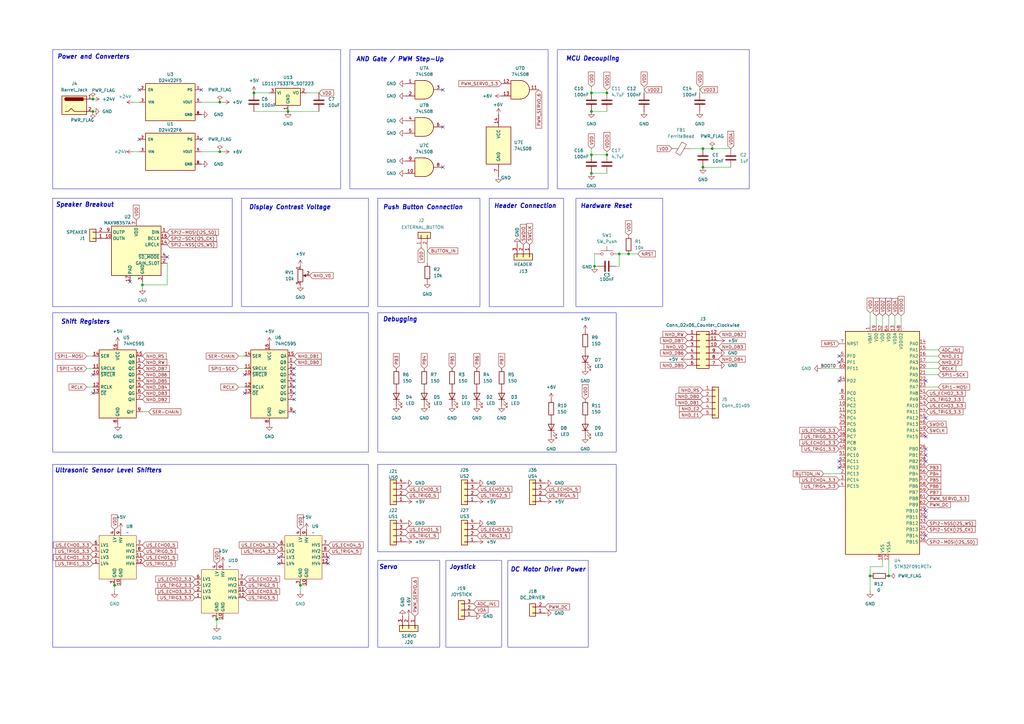
<source format=kicad_sch>
(kicad_sch (version 20231120) (generator "eeschema") (generator_version "8.0")
  (paper "A3")
  (title_block (title "Electronic Skee Ball PCB") (date "02/14/2025") (rev "02/21/2025") (company "Team 1") (comment 1 "PCB Schematic For Electronic Skee Ball"))
  (junction (at 288.29 60.96))
  (junction (at 38.1 40.64))
  (junction (at 288.29 68.58))
  (junction (at 88.9 254))
  (junction (at 242.57 45.72))
  (junction (at 118.11 45.72))
  (junction (at 123.19 240.03))
  (junction (at 104.14 38.1))
  (junction (at 58.42 116.84))
  (junction (at 38.1 45.72))
  (junction (at 242.57 38.1))
  (junction (at 248.92 63.5))
  (junction (at 364.49 236.22))
  (junction (at 242.57 71.12))
  (junction (at 46.99 240.03))
  (junction (at 90.17 41.91))
  (junction (at 242.57 63.5))
  (junction (at 254 104.14))
  (junction (at 248.92 38.1))
  (junction (at 356.87 236.22))
  (junction (at 243.84 109.22))
  (junction (at 257.81 104.14))
  (junction (at 292.1 60.96))
  (junction (at 90.17 62.23))
  (no_connect (at 134.62 231.14))
  (no_connect (at 344.17 146.05))
  (no_connect (at 82.55 57.15))
  (no_connect (at 344.17 148.59))
  (no_connect (at 379.73 189.23))
  (no_connect (at 38.1 153.67))
  (no_connect (at 120.65 163.83))
  (no_connect (at 68.58 105.41))
  (no_connect (at 134.62 228.6))
  (no_connect (at 38.1 161.29))
  (no_connect (at 379.73 219.71))
  (no_connect (at 379.73 186.69))
  (no_connect (at 120.65 151.13))
  (no_connect (at 57.15 57.15))
  (no_connect (at 344.17 156.21))
  (no_connect (at 114.3 231.14))
  (no_connect (at 181.61 36.83))
  (no_connect (at 344.17 191.77))
  (no_connect (at 379.73 156.21))
  (no_connect (at 379.73 184.15))
  (no_connect (at 379.73 179.07))
  (no_connect (at 379.73 171.45))
  (no_connect (at 120.65 168.91))
  (no_connect (at 82.55 36.83))
  (no_connect (at 379.73 209.55))
  (no_connect (at 100.33 161.29))
  (no_connect (at 53.34 115.57))
  (no_connect (at 114.3 228.6))
  (no_connect (at 57.15 36.83))
  (no_connect (at 120.65 158.75))
  (no_connect (at 344.17 189.23))
  (no_connect (at 100.33 153.67))
  (no_connect (at 181.61 52.07))
  (no_connect (at 120.65 153.67))
  (no_connect (at 379.73 212.09))
  (no_connect (at 120.65 156.21))
  (no_connect (at 181.61 68.58))
  (no_connect (at 120.65 161.29))
  (wire (pts (xy 242.57 45.72) (xy 248.92 45.72)))
  (wire (pts (xy 46.99 240.03) (xy 46.99 242.57)))
  (wire (pts (xy 264.16 35.56) (xy 264.16 38.1)))
  (wire (pts (xy 104.14 45.72) (xy 118.11 45.72)))
  (wire (pts (xy 292.1 60.96) (xy 299.72 60.96)))
  (wire (pts (xy 97.79 146.05) (xy 100.33 146.05)))
  (wire (pts (xy 123.19 240.03) (xy 125.73 240.03)))
  (wire (pts (xy 242.57 71.12) (xy 248.92 71.12)))
  (wire (pts (xy 364.49 229.87) (xy 364.49 236.22)))
  (wire (pts (xy 356.87 232.41) (xy 356.87 236.22)))
  (wire (pts (xy 58.42 115.57) (xy 58.42 116.84)))
  (wire (pts (xy 88.9 254) (xy 91.44 254)))
  (wire (pts (xy 288.29 68.58) (xy 299.72 68.58)))
  (wire (pts (xy 242.57 60.96) (xy 242.57 63.5)))
  (wire (pts (xy 254 104.14) (xy 257.81 104.14)))
  (wire (pts (xy 242.57 63.5) (xy 248.92 63.5)))
  (wire (pts (xy 379.73 143.51) (xy 384.81 143.51)))
  (wire (pts (xy 118.11 45.72) (xy 130.81 45.72)))
  (wire (pts (xy 58.42 116.84) (xy 68.58 116.84)))
  (wire (pts (xy 379.73 151.13) (xy 384.81 151.13)))
  (wire (pts (xy 287.02 35.56) (xy 287.02 38.1)))
  (wire (pts (xy 123.19 240.03) (xy 123.19 242.57)))
  (wire (pts (xy 242.57 35.56) (xy 242.57 38.1)))
  (wire (pts (xy 90.17 62.23) (xy 82.55 62.23)))
  (wire (pts (xy 379.73 148.59) (xy 384.81 148.59)))
  (wire (pts (xy 254 109.22) (xy 252.73 109.22)))
  (wire (pts (xy 35.56 151.13) (xy 38.1 151.13)))
  (wire (pts (xy 125.73 38.1) (xy 130.81 38.1)))
  (wire (pts (xy 243.84 109.22) (xy 245.11 109.22)))
  (wire (pts (xy 97.79 158.75) (xy 100.33 158.75)))
  (wire (pts (xy 175.26 101.6) (xy 175.26 107.95)))
  (wire (pts (xy 359.41 129.54) (xy 359.41 133.35)))
  (wire (pts (xy 97.79 151.13) (xy 100.33 151.13)))
  (wire (pts (xy 90.17 41.91) (xy 82.55 41.91)))
  (wire (pts (xy 288.29 60.96) (xy 292.1 60.96)))
  (wire (pts (xy 46.99 240.03) (xy 49.53 240.03)))
  (wire (pts (xy 364.49 129.54) (xy 364.49 133.35)))
  (wire (pts (xy 379.73 158.75) (xy 384.81 158.75)))
  (wire (pts (xy 379.73 153.67) (xy 384.81 153.67)))
  (wire (pts (xy 337.82 194.31) (xy 344.17 194.31)))
  (wire (pts (xy 58.42 168.91) (xy 60.96 168.91)))
  (wire (pts (xy 58.42 116.84) (xy 58.42 118.11)))
  (wire (pts (xy 254 104.14) (xy 254 109.22)))
  (wire (pts (xy 242.57 38.1) (xy 248.92 38.1)))
  (wire (pts (xy 248.92 62.23) (xy 248.92 63.5)))
  (wire (pts (xy 367.03 129.54) (xy 367.03 133.35)))
  (wire (pts (xy 361.95 129.54) (xy 361.95 133.35)))
  (wire (pts (xy 88.9 254) (xy 88.9 256.54)))
  (wire (pts (xy 356.87 236.22) (xy 356.87 242.57)))
  (wire (pts (xy 283.21 60.96) (xy 288.29 60.96)))
  (wire (pts (xy 369.57 129.54) (xy 369.57 133.35)))
  (wire (pts (xy 54.61 62.23) (xy 57.15 62.23)))
  (wire (pts (xy 257.81 104.14) (xy 261.62 104.14)))
  (wire (pts (xy 248.92 36.83) (xy 248.92 38.1)))
  (wire (pts (xy 35.56 146.05) (xy 38.1 146.05)))
  (wire (pts (xy 243.84 104.14) (xy 243.84 109.22)))
  (wire (pts (xy 91.44 41.91) (xy 90.17 41.91)))
  (wire (pts (xy 361.95 229.87) (xy 361.95 232.41)))
  (wire (pts (xy 68.58 116.84) (xy 68.58 107.95)))
  (wire (pts (xy 379.73 146.05) (xy 384.81 146.05)))
  (wire (pts (xy 356.87 128.27) (xy 356.87 133.35)))
  (wire (pts (xy 104.14 38.1) (xy 110.49 38.1)))
  (wire (pts (xy 54.61 41.91) (xy 57.15 41.91)))
  (wire (pts (xy 35.56 158.75) (xy 38.1 158.75)))
  (wire (pts (xy 91.44 62.23) (xy 90.17 62.23)))
  (wire (pts (xy 336.55 151.13) (xy 344.17 151.13)))
  (wire (pts (xy 361.95 232.41) (xy 356.87 232.41)))
  (rectangle (start 154.94 190.5) (end 252.73 226.314))
  (rectangle (start 99.06 81.28) (end 151.13 125.73))
  (rectangle (start 154.94 229.87) (end 180.34 265.43))
  (rectangle (start 200.66 81.28) (end 231.14 125.73))
  (rectangle (start 154.94 128.27) (end 252.73 185.42))
  (rectangle (start 143.51 20.32) (end 224.79 77.47))
  (rectangle (start 21.59 20.32) (end 139.7 77.47))
  (rectangle (start 236.22 81.28) (end 271.78 125.73))
  (rectangle (start 154.94 81.28) (end 196.85 125.73))
  (rectangle (start 228.6 20.32) (end 307.34 77.47))
  (rectangle (start 21.59 81.28) (end 95.25 125.73))
  (rectangle (start 21.59 190.5) (end 151.13 265.43))
  (rectangle (start 182.88 229.87) (end 205.74 265.43))
  (rectangle (start 21.59 128.27) (end 151.13 185.42))
  (rectangle (start 208.28 229.87) (end 241.3 265.43))
  (text "Servo" (at 159.258 232.664 0) (effects (font (size 1.778 1.778) (thickness 0.3556) (bold yes) (italic yes))))
  (text "Debugging" (at 164.084 131.064 0) (effects (font (size 1.778 1.778) (thickness 0.3556) (bold yes) (italic yes))))
  (text "Shift Registers" (at 35.052 132.08 0) (effects (font (size 1.778 1.778) (thickness 0.3556) (bold yes) (italic yes))))
  (text "Display Contrast Voltage" (at 118.872 85.09 0) (effects (font (size 1.778 1.778) (thickness 0.3556) (bold yes) (italic yes))))
  (text "Ultrasonic Sensor Level Shifters" (at 44.45 193.04 0) (effects (font (size 1.778 1.778) (thickness 0.3556) (bold yes) (italic yes))))
  (text "Push Button Connection" (at 173.482 85.09 0) (effects (font (size 1.778 1.778) (thickness 0.3556) (bold yes) (italic yes))))
  (text "Joystick" (at 189.738 232.664 0) (effects (font (size 1.778 1.778) (thickness 0.3556) (bold yes) (italic yes))))
  (text "AND Gate / PWM Step-Up" (at 164.084 24.384 0) (effects (font (size 1.778 1.778) (thickness 0.3556) (bold yes) (italic yes))))
  (text "Header Connection" (at 215.392 84.582 0) (effects (font (size 1.778 1.778) (thickness 0.3556) (bold yes) (italic yes))))
  (text "DC Motor Driver Power" (at 224.79 233.68 0) (effects (font (size 1.778 1.778) (thickness 0.3556) (bold yes) (italic yes))))
  (text "Power and Converters" (at 38.354 23.368 0) (effects (font (size 1.778 1.778) (thickness 0.3556) (bold yes) (italic yes))))
  (text "Hardware Reset" (at 248.666 84.582 0) (effects (font (size 1.778 1.778) (thickness 0.3556) (bold yes) (italic yes))))
  (text "MCU Decoupling" (at 243.078 24.13 0) (effects (font (size 1.778 1.778) (thickness 0.3556) (bold yes) (italic yes))))
  (text "Speaker Breakout" (at 34.798 84.074 0) (effects (font (size 1.778 1.778) (thickness 0.3556) (bold yes) (italic yes))))
  (label "BOOT0" (at 336.55 151.13 0))
  (global_label "SPI1-MOSI" (shape input) (at 384.81 158.75 0) (property "Intersheetrefs" "${INTERSHEET_REFS}" (effects (hide yes))))
  (global_label "SPI1-SCK" (shape input) (at 97.79 151.13 180) (property "Intersheetrefs" "${INTERSHEET_REFS}" (effects (hide yes))))
  (global_label "PWM_DC" (shape input) (at 223.52 248.92 0) (property "Intersheetrefs" "${INTERSHEET_REFS}" (effects (hide yes))))
  (global_label "SPI1-SCK" (shape input) (at 384.81 153.67 0) (property "Intersheetrefs" "${INTERSHEET_REFS}" (effects (hide yes))))
  (global_label "NHD_DB1" (shape input) (at 288.29 165.1 180) (property "Intersheetrefs" "${INTERSHEET_REFS}" (effects (hide yes))))
  (global_label "VDD2" (shape input) (at 361.95 129.54 90) (property "Intersheetrefs" "${INTERSHEET_REFS}" (effects (hide yes))))
  (global_label "ADC_IN1" (shape input) (at 384.81 143.51 0) (property "Intersheetrefs" "${INTERSHEET_REFS}" (effects (hide yes))))
  (global_label "PWM_SERVO_6" (shape input) (at 220.98 36.83 270) (property "Intersheetrefs" "${INTERSHEET_REFS}" (effects (hide yes))))
  (global_label "NHD_DB5" (shape input) (at 281.94 149.86 180) (property "Intersheetrefs" "${INTERSHEET_REFS}" (effects (hide yes))))
  (global_label "NHD_E1" (shape input) (at 384.81 146.05 0) (property "Intersheetrefs" "${INTERSHEET_REFS}" (effects (hide yes))))
  (global_label "NHD_DB0" (shape input) (at 288.29 162.56 180) (property "Intersheetrefs" "${INTERSHEET_REFS}" (effects (hide yes))))
  (global_label "SPI2-NSS(I2S_WS)" (shape input) (at 68.58 100.33 0) (property "Intersheetrefs" "${INTERSHEET_REFS}" (effects (hide yes))))
  (global_label "US_ECHO0_3.3" (shape input) (at 344.17 176.53 180) (property "Intersheetrefs" "${INTERSHEET_REFS}" (effects (hide yes))))
  (global_label "PB6" (shape input) (at 379.73 199.39 0) (property "Intersheetrefs" "${INTERSHEET_REFS}" (effects (hide yes))))
  (global_label "US_TRIG4_5" (shape input) (at 134.62 226.06 0) (property "Intersheetrefs" "${INTERSHEET_REFS}" (effects (hide yes))))
  (global_label "US_ECHO2_3.3" (shape input) (at 379.73 161.29 0) (property "Intersheetrefs" "${INTERSHEET_REFS}" (effects (hide yes))))
  (global_label "US_ECHO4_5" (shape input) (at 134.62 223.52 0) (property "Intersheetrefs" "${INTERSHEET_REFS}" (effects (hide yes))))
  (global_label "PB5" (shape input) (at 185.42 151.13 90) (property "Intersheetrefs" "${INTERSHEET_REFS}" (effects (hide yes))))
  (global_label "US_ECHO0_5" (shape input) (at 166.37 200.66 0) (property "Intersheetrefs" "${INTERSHEET_REFS}" (effects (hide yes))))
  (global_label "US_ECHO0_5" (shape input) (at 58.42 223.52 0) (property "Intersheetrefs" "${INTERSHEET_REFS}" (effects (hide yes))))
  (global_label "NHD_DB4" (shape input) (at 58.42 158.75 0) (property "Intersheetrefs" "${INTERSHEET_REFS}" (effects (hide yes))))
  (global_label "US_TRIG4_3.3" (shape input) (at 344.17 199.39 180) (property "Intersheetrefs" "${INTERSHEET_REFS}" (effects (hide yes))))
  (global_label "NHD_DB7" (shape input) (at 281.94 139.7 180) (property "Intersheetrefs" "${INTERSHEET_REFS}" (effects (hide yes))))
  (global_label "NHD_RW" (shape input) (at 58.42 148.59 0) (property "Intersheetrefs" "${INTERSHEET_REFS}" (effects (hide yes))))
  (global_label "VDD3" (shape input) (at 364.49 129.54 90) (property "Intersheetrefs" "${INTERSHEET_REFS}" (effects (hide yes))))
  (global_label "VDDA" (shape input) (at 299.72 60.96 90) (property "Intersheetrefs" "${INTERSHEET_REFS}" (effects (hide yes))))
  (global_label "SWDIO" (shape input) (at 214.63 100.33 90) (property "Intersheetrefs" "${INTERSHEET_REFS}" (effects (hide yes))))
  (global_label "VDD" (shape input) (at 242.57 35.56 90) (property "Intersheetrefs" "${INTERSHEET_REFS}" (effects (hide yes))))
  (global_label "NHD_DB5" (shape input) (at 58.42 156.21 0) (property "Intersheetrefs" "${INTERSHEET_REFS}" (effects (hide yes))))
  (global_label "US_TRIG2_5" (shape input) (at 195.58 203.2 0) (property "Intersheetrefs" "${INTERSHEET_REFS}" (effects (hide yes))))
  (global_label "VDD" (shape input) (at 287.02 35.56 90) (property "Intersheetrefs" "${INTERSHEET_REFS}" (effects (hide yes))))
  (global_label "BUTTON_IN" (shape input) (at 175.26 102.87 0) (property "Intersheetrefs" "${INTERSHEET_REFS}" (effects (hide yes))))
  (global_label "NHD_RS" (shape input) (at 58.42 146.05 0) (property "Intersheetrefs" "${INTERSHEET_REFS}" (effects (hide yes))))
  (global_label "VDD" (shape input) (at 356.87 128.27 90) (property "Intersheetrefs" "${INTERSHEET_REFS}" (effects (hide yes))))
  (global_label "US_TRIG0_3.3" (shape input) (at 344.17 179.07 180) (property "Intersheetrefs" "${INTERSHEET_REFS}" (effects (hide yes))))
  (global_label "PWM_SERVO_6" (shape input) (at 170.18 252.73 90) (property "Intersheetrefs" "${INTERSHEET_REFS}" (effects (hide yes))))
  (global_label "US_TRIG0_5" (shape input) (at 166.37 203.2 0) (property "Intersheetrefs" "${INTERSHEET_REFS}" (effects (hide yes))))
  (global_label "NHD_DB6" (shape input) (at 281.94 144.78 180) (property "Intersheetrefs" "${INTERSHEET_REFS}" (effects (hide yes))))
  (global_label "VDD" (shape input) (at 172.72 101.6 270) (property "Intersheetrefs" "${INTERSHEET_REFS}" (effects (hide yes))))
  (global_label "VDDA" (shape input) (at 367.03 129.54 90) (property "Intersheetrefs" "${INTERSHEET_REFS}" (effects (hide yes))))
  (global_label "US_ECHO4_3.3" (shape input) (at 114.3 223.52 180) (property "Intersheetrefs" "${INTERSHEET_REFS}" (effects (hide yes))))
  (global_label "NRST" (shape input) (at 261.62 104.14 0) (property "Intersheetrefs" "${INTERSHEET_REFS}" (effects (hide yes))))
  (global_label "US_TRIG4_3.3" (shape input) (at 114.3 226.06 180) (property "Intersheetrefs" "${INTERSHEET_REFS}" (effects (hide yes))))
  (global_label "VDD" (shape input) (at 123.19 217.17 90) (property "Intersheetrefs" "${INTERSHEET_REFS}" (effects (hide yes))))
  (global_label "VDD1" (shape input) (at 248.92 36.83 90) (property "Intersheetrefs" "${INTERSHEET_REFS}" (effects (hide yes))))
  (global_label "US_ECHO3_5" (shape input) (at 195.58 217.17 0) (property "Intersheetrefs" "${INTERSHEET_REFS}" (effects (hide yes))))
  (global_label "US_TRIG3_3.3" (shape input) (at 379.73 168.91 0) (property "Intersheetrefs" "${INTERSHEET_REFS}" (effects (hide yes))))
  (global_label "NHD_E2" (shape input) (at 288.29 167.64 180) (property "Intersheetrefs" "${INTERSHEET_REFS}" (effects (hide yes))))
  (global_label "US_ECHO2_5" (shape input) (at 195.58 200.66 0) (property "Intersheetrefs" "${INTERSHEET_REFS}" (effects (hide yes))))
  (global_label "NHD_DB0" (shape input) (at 120.65 148.59 0) (property "Intersheetrefs" "${INTERSHEET_REFS}" (effects (hide yes))))
  (global_label "US_TRIG4_5" (shape input) (at 223.52 203.2 0) (property "Intersheetrefs" "${INTERSHEET_REFS}" (effects (hide yes))))
  (global_label "PWM_SERVO_3.3" (shape input) (at 205.74 34.29 180) (property "Intersheetrefs" "${INTERSHEET_REFS}" (effects (hide yes))))
  (global_label "US_ECHO3_5" (shape input) (at 100.33 242.57 0) (property "Intersheetrefs" "${INTERSHEET_REFS}" (effects (hide yes))))
  (global_label "NHD_DB7" (shape input) (at 58.42 151.13 0) (property "Intersheetrefs" "${INTERSHEET_REFS}" (effects (hide yes))))
  (global_label "VDD" (shape input) (at 46.99 217.17 90) (property "Intersheetrefs" "${INTERSHEET_REFS}" (effects (hide yes))))
  (global_label "NHD_E2" (shape input) (at 384.81 148.59 0) (property "Intersheetrefs" "${INTERSHEET_REFS}" (effects (hide yes))))
  (global_label "US_TRIG0_5" (shape input) (at 58.42 226.06 0) (property "Intersheetrefs" "${INTERSHEET_REFS}" (effects (hide yes))))
  (global_label "VDA" (shape input) (at 194.31 250.19 0) (property "Intersheetrefs" "${INTERSHEET_REFS}" (effects (hide yes))))
  (global_label "VDD" (shape input) (at 240.03 163.83 90) (property "Intersheetrefs" "${INTERSHEET_REFS}" (effects (hide yes))))
  (global_label "SPI2-MOSI(I2S_SD)" (shape input) (at 379.73 222.25 0) (property "Intersheetrefs" "${INTERSHEET_REFS}" (effects (hide yes))))
  (global_label "US_ECHO1_5" (shape input) (at 58.42 228.6 0) (property "Intersheetrefs" "${INTERSHEET_REFS}" (effects (hide yes))))
  (global_label "US_ECHO3_3.3" (shape input) (at 379.73 166.37 0) (property "Intersheetrefs" "${INTERSHEET_REFS}" (effects (hide yes))))
  (global_label "RCLK" (shape input) (at 384.81 151.13 0) (property "Intersheetrefs" "${INTERSHEET_REFS}" (effects (hide yes))))
  (global_label "VDDIO" (shape input) (at 248.92 62.23 90) (property "Intersheetrefs" "${INTERSHEET_REFS}" (effects (hide yes))))
  (global_label "VDD" (shape input) (at 257.81 96.52 90) (property "Intersheetrefs" "${INTERSHEET_REFS}" (effects (hide yes))))
  (global_label "NHD_E1" (shape input) (at 288.29 170.18 180) (property "Intersheetrefs" "${INTERSHEET_REFS}" (effects (hide yes))))
  (global_label "SPI2-SCK(I2S_CK)" (shape input) (at 68.58 97.79 0) (property "Intersheetrefs" "${INTERSHEET_REFS}" (effects (hide yes))))
  (global_label "PWM_SERVO_3.3" (shape input) (at 379.73 204.47 0) (effects (font (thickness 0.1588))) (property "Intersheetrefs" "${INTERSHEET_REFS}" (effects (hide yes))))
  (global_label "BUTTON_IN" (shape input) (at 337.82 194.31 180) (property "Intersheetrefs" "${INTERSHEET_REFS}" (effects (hide yes))))
  (global_label "NHD_V0" (shape input) (at 127 113.03 0) (property "Intersheetrefs" "${INTERSHEET_REFS}" (effects (hide yes))))
  (global_label "US_ECHO3_3.3" (shape input) (at 80.01 242.57 180) (property "Intersheetrefs" "${INTERSHEET_REFS}" (effects (hide yes))))
  (global_label "NHD_DB1" (shape input) (at 120.65 146.05 0) (property "Intersheetrefs" "${INTERSHEET_REFS}" (effects (hide yes))))
  (global_label "VDD2" (shape input) (at 264.16 36.83 0) (property "Intersheetrefs" "${INTERSHEET_REFS}" (effects (hide yes))))
  (global_label "US_TRIG3_3.3" (shape input) (at 80.01 245.11 180) (property "Intersheetrefs" "${INTERSHEET_REFS}" (effects (hide yes))))
  (global_label "US_ECHO4_3.3" (shape input) (at 344.17 196.85 180) (property "Intersheetrefs" "${INTERSHEET_REFS}" (effects (hide yes))))
  (global_label "SWCLK" (shape input) (at 379.73 176.53 0) (property "Intersheetrefs" "${INTERSHEET_REFS}" (effects (hide yes))))
  (global_label "VDD" (shape input) (at 275.59 60.96 180) (property "Intersheetrefs" "${INTERSHEET_REFS}" (effects (hide yes))))
  (global_label "PB3" (shape input) (at 379.73 191.77 0) (property "Intersheetrefs" "${INTERSHEET_REFS}" (effects (hide yes))))
  (global_label "US_TRIG1_5" (shape input) (at 166.37 219.71 0) (property "Intersheetrefs" "${INTERSHEET_REFS}" (effects (hide yes))))
  (global_label "PB5" (shape input) (at 379.73 196.85 0) (property "Intersheetrefs" "${INTERSHEET_REFS}" (effects (hide yes))))
  (global_label "VDD" (shape input) (at 55.88 90.17 90) (property "Intersheetrefs" "${INTERSHEET_REFS}" (effects (hide yes))))
  (global_label "US_ECHO1_5" (shape input) (at 166.37 217.17 0) (property "Intersheetrefs" "${INTERSHEET_REFS}" (effects (hide yes))))
  (global_label "SWDIO" (shape input) (at 379.73 173.99 0) (property "Intersheetrefs" "${INTERSHEET_REFS}" (effects (hide yes))))
  (global_label "US_TRIG0_3.3" (shape input) (at 38.1 226.06 180) (property "Intersheetrefs" "${INTERSHEET_REFS}" (effects (hide yes))))
  (global_label "PB6" (shape input) (at 195.58 151.13 90) (property "Intersheetrefs" "${INTERSHEET_REFS}" (effects (hide yes))))
  (global_label "NHD_DB2" (shape input) (at 294.64 137.16 0) (property "Intersheetrefs" "${INTERSHEET_REFS}" (effects (hide yes))))
  (global_label "NHD_DB3" (shape input) (at 58.42 161.29 0) (property "Intersheetrefs" "${INTERSHEET_REFS}" (effects (hide yes))))
  (global_label "NRST" (shape input) (at 344.17 140.97 180) (property "Intersheetrefs" "${INTERSHEET_REFS}" (effects (hide yes))))
  (global_label "PB4" (shape input) (at 173.99 151.13 90) (property "Intersheetrefs" "${INTERSHEET_REFS}" (effects (hide yes))))
  (global_label "SPI2-MOSI(I2S_SD)" (shape input) (at 68.58 95.25 0) (property "Intersheetrefs" "${INTERSHEET_REFS}" (effects (hide yes))))
  (global_label "NHD_DB3" (shape input) (at 294.64 142.24 0) (property "Intersheetrefs" "${INTERSHEET_REFS}" (effects (hide yes))))
  (global_label "PWM_DC" (shape input) (at 379.73 207.01 0) (property "Intersheetrefs" "${INTERSHEET_REFS}" (effects (hide yes))))
  (global_label "US_ECHO0_3.3" (shape input) (at 38.1 223.52 180) (property "Intersheetrefs" "${INTERSHEET_REFS}" (effects (hide yes))))
  (global_label "VDDIO" (shape input) (at 369.57 129.54 90) (property "Intersheetrefs" "${INTERSHEET_REFS}" (effects (hide yes))))
  (global_label "VDD1" (shape input) (at 359.41 129.54 90) (property "Intersheetrefs" "${INTERSHEET_REFS}" (effects (hide yes))))
  (global_label "SWCLK" (shape input) (at 217.17 100.33 90) (property "Intersheetrefs" "${INTERSHEET_REFS}" (effects (hide yes))))
  (global_label "SPI1-SCK" (shape input) (at 35.56 151.13 180) (property "Intersheetrefs" "${INTERSHEET_REFS}" (effects (hide yes))))
  (global_label "VDD" (shape input) (at 264.16 35.56 90) (property "Intersheetrefs" "${INTERSHEET_REFS}" (effects (hide yes))))
  (global_label "US_TRIG1_5" (shape input) (at 58.42 231.14 0) (property "Intersheetrefs" "${INTERSHEET_REFS}" (effects (hide yes))))
  (global_label "VDD" (shape input) (at 130.81 38.1 0) (property "Intersheetrefs" "${INTERSHEET_REFS}" (effects (hide yes))))
  (global_label "NHD_DB6" (shape input) (at 58.42 153.67 0) (property "Intersheetrefs" "${INTERSHEET_REFS}" (effects (hide yes))))
  (global_label "US_TRIG2_5" (shape input) (at 100.33 240.03 0) (property "Intersheetrefs" "${INTERSHEET_REFS}" (effects (hide yes))))
  (global_label "SPI1-MOSI" (shape input) (at 35.56 146.05 180) (property "Intersheetrefs" "${INTERSHEET_REFS}" (effects (hide yes))))
  (global_label "US_ECHO4_5" (shape input) (at 223.52 200.66 0) (property "Intersheetrefs" "${INTERSHEET_REFS}" (effects (hide yes))))
  (global_label "SPI2-NSS(I2S_WS)" (shape input) (at 379.73 214.63 0) (property "Intersheetrefs" "${INTERSHEET_REFS}" (effects (hide yes))))
  (global_label "PB7" (shape input) (at 205.74 151.13 90) (property "Intersheetrefs" "${INTERSHEET_REFS}" (effects (hide yes))))
  (global_label "US_ECHO2_5" (shape input) (at 100.33 237.49 0) (property "Intersheetrefs" "${INTERSHEET_REFS}" (effects (hide yes))))
  (global_label "US_TRIG3_5" (shape input) (at 100.33 245.11 0) (property "Intersheetrefs" "${INTERSHEET_REFS}" (effects (hide yes))))
  (global_label "PB3" (shape input) (at 162.56 151.13 90) (property "Intersheetrefs" "${INTERSHEET_REFS}" (effects (hide yes))))
  (global_label "US_ECHO2_3.3" (shape input) (at 80.01 237.49 180) (property "Intersheetrefs" "${INTERSHEET_REFS}" (effects (hide yes))))
  (global_label "SER-CHAIN" (shape input) (at 97.79 146.05 180) (property "Intersheetrefs" "${INTERSHEET_REFS}" (effects (hide yes))))
  (global_label "VDD3" (shape input) (at 287.02 36.83 0) (property "Intersheetrefs" "${INTERSHEET_REFS}" (effects (hide yes))))
  (global_label "RCLK" (shape input) (at 97.79 158.75 180) (property "Intersheetrefs" "${INTERSHEET_REFS}" (effects (hide yes))))
  (global_label "VDD" (shape input) (at 242.57 60.96 90) (property "Intersheetrefs" "${INTERSHEET_REFS}" (effects (hide yes))))
  (global_label "US_TRIG1_3.3" (shape input) (at 344.17 184.15 180) (property "Intersheetrefs" "${INTERSHEET_REFS}" (effects (hide yes))))
  (global_label "NHD_RW" (shape input) (at 281.94 137.16 180) (property "Intersheetrefs" "${INTERSHEET_REFS}" (effects (hide yes))))
  (global_label "PB4" (shape input) (at 379.73 194.31 0) (property "Intersheetrefs" "${INTERSHEET_REFS}" (effects (hide yes))))
  (global_label "US_ECHO1_3.3" (shape input) (at 38.1 228.6 180) (property "Intersheetrefs" "${INTERSHEET_REFS}" (effects (hide yes))))
  (global_label "US_TRIG2_3.3" (shape input) (at 80.01 240.03 180) (property "Intersheetrefs" "${INTERSHEET_REFS}" (effects (hide yes))))
  (global_label "NHD_RS" (shape input) (at 288.29 160.02 180) (property "Intersheetrefs" "${INTERSHEET_REFS}" (effects (hide yes))))
  (global_label "RCLK" (shape input) (at 35.56 158.75 180) (property "Intersheetrefs" "${INTERSHEET_REFS}" (effects (hide yes))))
  (global_label "NHD_DB2" (shape input) (at 58.42 163.83 0) (property "Intersheetrefs" "${INTERSHEET_REFS}" (effects (hide yes))))
  (global_label "SER-CHAIN" (shape input) (at 60.96 168.91 0) (property "Intersheetrefs" "${INTERSHEET_REFS}" (effects (hide yes))))
  (global_label "US_ECHO1_3.3" (shape input) (at 344.17 181.61 180) (property "Intersheetrefs" "${INTERSHEET_REFS}" (effects (hide yes))))
  (global_label "VDD" (shape input) (at 88.9 231.14 90) (property "Intersheetrefs" "${INTERSHEET_REFS}" (effects (hide yes))))
  (global_label "SPI2-SCK(I2S_CK)" (shape input) (at 379.73 217.17 0) (property "Intersheetrefs" "${INTERSHEET_REFS}" (effects (hide yes))))
  (global_label "US_TRIG1_3.3" (shape input) (at 38.1 231.14 180) (property "Intersheetrefs" "${INTERSHEET_REFS}" (effects (hide yes))))
  (global_label "PB7" (shape input) (at 379.73 201.93 0) (property "Intersheetrefs" "${INTERSHEET_REFS}" (effects (hide yes))))
  (global_label "US_TRIG3_5" (shape input) (at 195.58 219.71 0) (property "Intersheetrefs" "${INTERSHEET_REFS}" (effects (hide yes))))
  (global_label "NHD_V0" (shape input) (at 281.94 142.24 180) (property "Intersheetrefs" "${INTERSHEET_REFS}" (effects (hide yes))))
  (global_label "ADC_IN1" (shape input) (at 194.31 247.65 0) (property "Intersheetrefs" "${INTERSHEET_REFS}" (effects (hide yes))))
  (global_label "NHD_DB4" (shape input) (at 294.64 147.32 0) (property "Intersheetrefs" "${INTERSHEET_REFS}" (effects (hide yes))))
  (global_label "US_TRIG2_3.3" (shape input) (at 379.73 163.83 0) (property "Intersheetrefs" "${INTERSHEET_REFS}" (effects (hide yes))))
  (symbol (lib_id "power:GND") (at 166.37 71.12 270) (unit 1)
    (property "Reference" "#PWR018" (effects (hide yes)))
    (property "Value" "GND" (at 162.56 71.1199 90) (effects (justify right)))
    (property "Description" "Power symbol creates a global label with name \"GND\" , ground" (effects (hide yes)))
  )
  (symbol (lib_id "power:GND") (at 123.19 116.84 0) (unit 1)
    (property "Reference" "#PWR022" (effects (hide yes)))
    (property "Value" "GND" (at 123.19 121.92 0))
    (property "Description" "Power symbol creates a global label with name \"GND\" , ground" (effects (hide yes)))
  )
  (symbol (lib_id "Regulator_Linear:LD1117S33TR_SOT223") (at 118.11 38.1 0) (unit 1)
    (property "Reference" "U13" (at 118.11 31.75 0))
    (property "Value" "LD1117S33TR_SOT223" (at 118.11 34.29 0))
    (property "Footprint" "Package_TO_SOT_SMD:SOT-223-3_TabPin2" (effects (hide yes)))
    (property "Datasheet" "http://www.st.com/st-web-ui/static/active/en/resource/technical/document/datasheet/CD00000544.pdf" (effects (hide yes)))
    (property "Description" "800mA Fixed Low Drop Positive Voltage Regulator, Fixed Output 3.3V, SOT-223" (effects (hide yes)))
  )
  (symbol (lib_id "power:GND") (at 205.74 166.37 0) (unit 1)
    (property "Reference" "#PWR038" (effects (hide yes)))
    (property "Value" "GND" (at 205.74 171.45 0))
    (property "Description" "Power symbol creates a global label with name \"GND\" , ground" (effects (hide yes)))
  )
  (symbol (lib_id "power:GND") (at 242.57 71.12 0) (unit 1)
    (property "Reference" "#PWR060" (effects (hide yes)))
    (property "Value" "GND" (at 242.57 76.2 0))
    (property "Description" "Power symbol creates a global label with name \"GND\" , ground" (effects (hide yes)))
  )
  (symbol (lib_id "power:+5V") (at 166.37 222.25 270) (unit 1)
    (property "Reference" "#PWR026" (effects (hide yes)))
    (property "Value" "+5V" (at 170.18 222.2499 90) (effects (justify left)))
    (property "Description" "Power symbol creates a global label with name \"+5V\"" (effects (hide yes)))
  )
  (symbol (lib_id "power:GND") (at 166.37 49.53 270) (unit 1)
    (property "Reference" "#PWR020" (effects (hide yes)))
    (property "Value" "GND" (at 162.56 49.5299 90) (effects (justify right)))
    (property "Description" "Power symbol creates a global label with name \"GND\" , ground" (effects (hide yes)))
  )
  (symbol (lib_id "power:GND") (at 46.99 242.57 0) (unit 1)
    (property "Reference" "#PWR070" (effects (hide yes)))
    (property "Value" "GND" (at 46.99 247.65 0))
    (property "Description" "Power symbol creates a global label with name \"GND\" , ground" (effects (hide yes)))
  )
  (symbol (lib_id "power:GND") (at 118.11 45.72 0) (unit 1)
    (property "Reference" "#PWR028" (effects (hide yes)))
    (property "Value" "GND" (at 118.11 50.8 0))
    (property "Description" "Power symbol creates a global label with name \"GND\" , ground" (effects (hide yes)))
  )
  (symbol (lib_id "Connector_Generic:Conn_01x04") (at 161.29 203.2 180) (unit 1)
    (property "Reference" "J21" (at 161.29 193.294 0))
    (property "Value" "US0" (at 161.29 195.834 0))
    (property "Footprint" "Connector_PinHeader_2.54mm:PinHeader_1x04_P2.54mm_Vertical" (effects (hide yes)))
    (property "Description" "Generic connector, single row, 01x04, script generated (kicad-library-utils/schlib/autogen/connector/)" (effects (hide yes)))
  )
  (symbol (lib_id "Switch:SW_Push") (at 248.92 104.14 0) (unit 1)
    (property "Reference" "SW1" (at 248.92 96.52 0))
    (property "Value" "SW_Push" (at 248.92 99.06 0))
    (property "Footprint" "Button_Switch_THT:SW_PUSH_6mm" (effects (hide yes)))
    (property "Description" "Push button switch, generic, two pins" (effects (hide yes)))
  )
  (symbol (lib_id "power:GND") (at 288.29 68.58 0) (unit 1)
    (property "Reference" "#PWR021" (effects (hide yes)))
    (property "Value" "GND" (at 288.29 73.66 0))
    (property "Description" "Power symbol creates a global label with name \"GND\" , ground" (effects (hide yes)))
  )
  (symbol (lib_id "Device:C") (at 248.92 67.31 0) (unit 1)
    (property "Reference" "C17" (at 250.698 61.722 0) (effects (justify left)))
    (property "Value" "4.7uF" (at 250.698 64.262 0) (effects (justify left)))
    (property "Footprint" "Capacitor_SMD:C_0805_2012Metric_Pad1.18x1.45mm_HandSolder" (effects (hide yes)))
    (property "Description" "Unpolarized capacitor" (effects (hide yes)))
  )
  (symbol (lib_id "Audio:MAX98357A") (at 55.88 102.87 0) (mirror y) (unit 1)
    (property "Reference" "U2" (at 53.6859 88.9 0) (effects (justify left)))
    (property "Value" "MAX98357A" (at 53.6859 91.44 0) (effects (justify left)))
    (property "Footprint" "Package_DFN_QFN:TQFN-16-1EP_3x3mm_P0.5mm_EP1.23x1.23mm" (effects (hide yes)))
    (property "Datasheet" "https://www.analog.com/media/en/technical-documentation/data-sheets/MAX98357A-MAX98357B.pdf" (effects (hide yes)))
    (property "Description" "Mono DAC with amplifier, I2S, PCM, TDM, 32-bit, 96khz, 3.2W, TQFP-16" (effects (hide yes)))
  )
  (symbol (lib_id "12_LevelShifter:12PIN_LEVEL_SHIFTER") (at 90.17 231.14 0) (unit 1)
    (property "Reference" "U10" (at 93.6341 229.87 0) (effects (justify left)))
    (property "Value" "~" (at 93.6341 232.41 0) (effects (justify left)))
    (property "Footprint" "Package_DIP:DIP-12_W10.16mm" (effects (hide yes)))
  )
  (symbol (lib_id "power:+6V") (at 167.64 252.73 0) (unit 1)
    (property "Reference" "#PWR052" (effects (hide yes)))
    (property "Value" "+6V" (at 167.6401 248.92 90) (effects (justify left)))
    (property "Description" "Power symbol creates a global label with name \"+6V\"" (effects (hide yes)))
  )
  (symbol (lib_id "Device:LED") (at 240.03 175.26 90) (unit 1)
    (property "Reference" "D9" (at 243.84 175.5774 90) (effects (justify right)))
    (property "Value" "LED" (at 243.84 178.1174 90) (effects (justify right)))
    (property "Footprint" "LED_SMD:LED_0201_0603Metric" (effects (hide yes)))
    (property "Description" "Light emitting diode" (effects (hide yes)))
  )
  (symbol (lib_id "Device:C") (at 248.92 109.22 90) (unit 1)
    (property "Reference" "C3" (at 248.92 112.776 90))
    (property "Value" "100nF" (at 248.92 114.554 90))
    (property "Footprint" "Capacitor_SMD:C_0805_2012Metric_Pad1.18x1.45mm_HandSolder" (effects (hide yes)))
    (property "Description" "Unpolarized capacitor" (effects (hide yes)))
  )
  (symbol (lib_id "power:GND") (at 226.06 179.07 0) (unit 1)
    (property "Reference" "#PWR048" (effects (hide yes)))
    (property "Value" "GND" (at 226.06 184.15 0))
    (property "Description" "Power symbol creates a global label with name \"GND\" , ground" (effects (hide yes)))
  )
  (symbol (lib_id "Device:R_Potentiometer") (at 123.19 113.03 0) (unit 1)
    (property "Reference" "RV1" (at 120.65 111.7599 0) (effects (justify right)))
    (property "Value" "10k" (at 120.65 114.2999 0) (effects (justify right)))
    (property "Footprint" "Potentiometer_THT:Potentiometer_Bourns_3339P_Vertical" (effects (hide yes)))
    (property "Description" "Potentiometer" (effects (hide yes)))
  )
  (symbol (lib_id "Device:R") (at 226.06 167.64 0) (unit 1)
    (property "Reference" "R10" (at 228.6 166.3699 0) (effects (justify left)))
    (property "Value" "150" (at 228.6 168.9099 0) (effects (justify left)))
    (property "Footprint" "Resistor_SMD:R_0805_2012Metric_Pad1.20x1.40mm_HandSolder" (effects (hide yes)))
    (property "Description" "Resistor" (effects (hide yes)))
  )
  (symbol (lib_id "power:GND") (at 110.49 173.99 0) (unit 1)
    (property "Reference" "#PWR010" (effects (hide yes)))
    (property "Value" "GND" (at 110.49 179.07 0))
    (property "Description" "Power symbol creates a global label with name \"GND\" , ground" (effects (hide yes)))
  )
  (symbol (lib_id "Connector_Generic:Conn_01x05") (at 293.37 165.1 0) (unit 1)
    (property "Reference" "J5" (at 295.91 163.8299 0) (effects (justify left)))
    (property "Value" "Conn_01x05" (at 295.91 166.3699 0) (effects (justify left)))
    (property "Footprint" "Connector_PinHeader_2.54mm:PinHeader_1x05_P2.54mm_Vertical" (effects (hide yes)))
    (property "Description" "Generic connector, single row, 01x05, script generated (kicad-library-utils/schlib/autogen/connector/)" (effects (hide yes)))
  )
  (symbol (lib_id "power:+6V") (at 205.74 39.37 90) (unit 1)
    (property "Reference" "#PWR019" (effects (hide yes)))
    (property "Value" "+6V" (at 201.93 39.3699 90) (effects (justify left)))
    (property "Description" "Power symbol creates a global label with name \"+6V\"" (effects (hide yes)))
  )
  (symbol (lib_id "Device:R") (at 240.03 167.64 0) (unit 1)
    (property "Reference" "R11" (at 242.57 166.3699 0) (effects (justify left)))
    (property "Value" "150" (at 242.57 168.9099 0) (effects (justify left)))
    (property "Footprint" "Resistor_SMD:R_0805_2012Metric_Pad1.20x1.40mm_HandSolder" (effects (hide yes)))
    (property "Description" "Resistor" (effects (hide yes)))
  )
  (symbol (lib_id "Device:LED") (at 205.74 162.56 90) (unit 1)
    (property "Reference" "D3" (at 209.55 162.8774 90) (effects (justify right)))
    (property "Value" "LED" (at 209.55 165.4174 90) (effects (justify right)))
    (property "Footprint" "LED_SMD:LED_0201_0603Metric" (effects (hide yes)))
    (property "Description" "Light emitting diode" (effects (hide yes)))
  )
  (symbol (lib_id "power:PWR_FLAG") (at 38.1 40.64 0) (unit 1)
    (property "Reference" "#FLG01" (effects (hide yes)))
    (property "Value" "PWR_FLAG" (at 42.418 37.084 0))
    (property "Description" "Special symbol for telling ERC where power comes from" (effects (hide yes)))
  )
  (symbol (lib_id "power:GND") (at 194.31 252.73 90) (unit 1)
    (property "Reference" "#PWR049" (effects (hide yes)))
    (property "Value" "GND" (at 198.12 252.7299 90) (effects (justify right)))
    (property "Description" "Power symbol creates a global label with name \"GND\" , ground" (effects (hide yes)))
  )
  (symbol (lib_id "12V_2.2A_STEP-DOWN_D24V22F12:12V_2.2A_STEP-DOWN_D24V22F12") (at 69.85 41.91 0) (unit 1)
    (property "Reference" "U3" (at 69.85 30.48 0))
    (property "Value" "D24V22F5" (at 69.85 33.02 0))
    (property "Footprint" "12V_2.2A_STEP-DOWN_D24V22F12:XDCR_12V_2.2A_STEP-DOWN_D24V22F12" (effects (hide yes)))
    (property "MF" "Pololu" (effects (hide yes)))
    (property "Description_1" "\n                        \n                            Converter: step down; Uin: 12.7÷36V; Uout: 12V; 2200mA; 90÷95%\n                        \n" (effects (hide yes)))
    (property "Package" "None" (effects (hide yes)))
    (property "Price" "None" (effects (hide yes)))
    (property "Check_prices" "https://www.snapeda.com/parts/12V%202.2A%20STEP-DOWN%20D24V22F12/Pololu/view-part/?ref=eda" (effects (hide yes)))
    (property "SnapEDA_Link" "https://www.snapeda.com/parts/12V%202.2A%20STEP-DOWN%20D24V22F12/Pololu/view-part/?ref=snap" (effects (hide yes)))
    (property "MP" "12V 2.2A STEP-DOWN D24V22F12" (effects (hide yes)))
    (property "Availability" "Not in stock" (effects (hide yes)))
    (property "MANUFACTURER" "POLOLU" (effects (hide yes)))
  )
  (symbol (lib_id "12_LevelShifter:12PIN_LEVEL_SHIFTER") (at 124.46 217.17 0) (unit 1)
    (property "Reference" "U9" (at 127.9241 215.9 0) (effects (justify left)))
    (property "Value" "~" (at 127.9241 218.44 0) (effects (justify left)))
    (property "Footprint" "Package_DIP:DIP-12_W10.16mm" (effects (hide yes)))
  )
  (symbol (lib_id "Connector_Generic:Conn_02x06_Counter_Clockwise") (at 287.02 142.24 0) (unit 1)
    (property "Reference" "J3" (at 288.29 130.81 0))
    (property "Value" "Conn_02x06_Counter_Clockwise" (at 288.29 133.35 0))
    (property "Footprint" "Connector_PinHeader_2.54mm:PinHeader_2x06_P2.54mm_Vertical" (effects (hide yes)))
    (property "Description" "Generic connector, double row, 02x06, counter clockwise pin numbering scheme (similar to DIP package numbering), script generated (kicad-library-utils/schlib/autogen/connector/)" (effects (hide yes)))
  )
  (symbol (lib_id "Device:R") (at 175.26 111.76 0) (unit 1)
    (property "Reference" "R2" (at 177.8 110.4899 0) (effects (justify left)))
    (property "Value" "10k" (at 177.8 113.0299 0) (effects (justify left)))
    (property "Footprint" "Resistor_SMD:R_0805_2012Metric_Pad1.20x1.40mm_HandSolder" (effects (hide yes)))
    (property "Description" "Resistor" (effects (hide yes)))
  )
  (symbol (lib_id "Device:R") (at 195.58 154.94 0) (unit 1)
    (property "Reference" "R4" (at 198.12 153.6699 0) (effects (justify left)))
    (property "Value" "150" (at 198.12 156.2099 0) (effects (justify left)))
    (property "Footprint" "Resistor_SMD:R_0805_2012Metric_Pad1.20x1.40mm_HandSolder" (effects (hide yes)))
    (property "Description" "Resistor" (effects (hide yes)))
  )
  (symbol (lib_id "power:+6V") (at 91.44 62.23 270) (unit 1)
    (property "Reference" "#PWR029" (effects (hide yes)))
    (property "Value" "+6V" (at 95.25 62.2299 90) (effects (justify left)))
    (property "Description" "Power symbol creates a global label with name \"+6V\"" (effects (hide yes)))
  )
  (symbol (lib_id "power:PWR_FLAG") (at 90.17 41.91 0) (unit 1)
    (property "Reference" "#FLG03" (effects (hide yes)))
    (property "Value" "PWR_FLAG" (at 90.17 36.83 0))
    (property "Description" "Special symbol for telling ERC where power comes from" (effects (hide yes)))
  )
  (symbol (lib_id "power:GND") (at 173.99 166.37 0) (unit 1)
    (property "Reference" "#PWR041" (effects (hide yes)))
    (property "Value" "GND" (at 173.99 171.45 0))
    (property "Description" "Power symbol creates a global label with name \"GND\" , ground" (effects (hide yes)))
  )
  (symbol (lib_id "Device:R") (at 162.56 154.94 0) (unit 1)
    (property "Reference" "R6" (at 165.1 153.6699 0) (effects (justify left)))
    (property "Value" "150" (at 165.1 156.2099 0) (effects (justify left)))
    (property "Footprint" "Resistor_SMD:R_0805_2012Metric_Pad1.20x1.40mm_HandSolder" (effects (hide yes)))
    (property "Description" "Resistor" (effects (hide yes)))
  )
  (symbol (lib_id "Device:C") (at 264.16 41.91 0) (unit 1)
    (property "Reference" "C12" (at 257.048 36.322 0) (effects (justify left)))
    (property "Value" "100nF" (at 257.048 38.862 0) (effects (justify left)))
    (property "Footprint" "Capacitor_SMD:C_0805_2012Metric_Pad1.18x1.45mm_HandSolder" (effects (hide yes)))
    (property "Description" "Unpolarized capacitor" (effects (hide yes)))
  )
  (symbol (lib_id "power:GND") (at 165.1 252.73 180) (unit 1)
    (property "Reference" "#PWR051" (effects (hide yes)))
    (property "Value" "GND" (at 165.1001 248.92 90) (effects (justify right)))
    (property "Description" "Power symbol creates a global label with name \"GND\" , ground" (effects (hide yes)))
  )
  (symbol (lib_id "power:GND") (at 166.37 66.04 270) (unit 1)
    (property "Reference" "#PWR017" (effects (hide yes)))
    (property "Value" "GND" (at 162.56 66.0399 90) (effects (justify right)))
    (property "Description" "Power symbol creates a global label with name \"GND\" , ground" (effects (hide yes)))
  )
  (symbol (lib_id "power:GND") (at 166.37 34.29 270) (unit 1)
    (property "Reference" "#PWR015" (effects (hide yes)))
    (property "Value" "GND" (at 162.56 34.2899 90) (effects (justify right)))
    (property "Description" "Power symbol creates a global label with name \"GND\" , ground" (effects (hide yes)))
  )
  (symbol (lib_id "power:PWR_FLAG") (at 38.1 45.72 180) (unit 1)
    (property "Reference" "#FLG02" (effects (hide yes)))
    (property "Value" "PWR_FLAG" (at 33.782 49.276 0))
    (property "Description" "Special symbol for telling ERC where power comes from" (effects (hide yes)))
  )
  (symbol (lib_id "Connector_Generic:Conn_01x03") (at 214.63 105.41 270) (unit 1)
    (property "Reference" "J13" (at 212.852 111.252 90) (effects (justify left)))
    (property "Value" "HEADER" (at 210.82 108.458 90) (effects (justify left)))
    (property "Footprint" "Connector_PinHeader_2.54mm:PinHeader_1x03_P2.54mm_Vertical" (effects (hide yes)))
    (property "Description" "Generic connector, single row, 01x03, script generated (kicad-library-utils/schlib/autogen/connector/)" (effects (hide yes)))
  )
  (symbol (lib_id "power:GND") (at 287.02 45.72 0) (unit 1)
    (property "Reference" "#PWR059" (effects (hide yes)))
    (property "Value" "GND" (at 287.02 50.8 0))
    (property "Description" "Power symbol creates a global label with name \"GND\" , ground" (effects (hide yes)))
  )
  (symbol (lib_id "MCU_ST_STM32F0:STM32F091RCTx") (at 361.95 181.61 0) (unit 1)
    (property "Reference" "U4" (at 366.6841 229.87 0) (effects (justify left)))
    (property "Value" "STM32F091RCTx" (at 366.6841 232.41 0) (effects (justify left)))
    (property "Footprint" "Package_QFP:LQFP-64_10x10mm_P0.5mm" (effects (hide yes)))
    (property "Datasheet" "https://www.st.com/resource/en/datasheet/stm32f091rc.pdf" (effects (hide yes)))
    (property "Description" "STMicroelectronics Arm Cortex-M0 MCU, 256KB flash, 32KB RAM, 48 MHz, 2.0-3.6V, 52 GPIO, LQFP64" (effects (hide yes)))
  )
  (symbol (lib_id "Device:LED") (at 226.06 175.26 90) (unit 1)
    (property "Reference" "D8" (at 229.87 175.5774 90) (effects (justify right)))
    (property "Value" "LED" (at 229.87 178.1174 90) (effects (justify right)))
    (property "Footprint" "LED_SMD:LED_0201_0603Metric" (effects (hide yes)))
    (property "Description" "Light emitting diode" (effects (hide yes)))
  )
  (symbol (lib_id "power:PWR_FLAG") (at 292.1 60.96 0) (unit 1)
    (property "Reference" "#FLG04" (effects (hide yes)))
    (property "Value" "PWR_FLAG" (at 292.1 55.88 0))
    (property "Description" "Special symbol for telling ERC where power comes from" (effects (hide yes)))
  )
  (symbol (lib_id "power:+5V") (at 123.19 109.22 0) (unit 1)
    (property "Reference" "#PWR013" (effects (hide yes)))
    (property "Value" "+5V" (at 123.19 104.14 0))
    (property "Description" "Power symbol creates a global label with name \"+5V\"" (effects (hide yes)))
  )
  (symbol (lib_id "power:+5V") (at 281.94 147.32 90) (unit 1)
    (property "Reference" "#PWR053" (effects (hide yes)))
    (property "Value" "+5V" (at 278.13 147.3199 90) (effects (justify left)))
    (property "Description" "Power symbol creates a global label with name \"+5V\"" (effects (hide yes)))
  )
  (symbol (lib_id "Device:LED") (at 162.56 162.56 90) (unit 1)
    (property "Reference" "D4" (at 166.37 162.8774 90) (effects (justify right)))
    (property "Value" "LED" (at 166.37 165.4174 90) (effects (justify right)))
    (property "Footprint" "LED_SMD:LED_0201_0603Metric" (effects (hide yes)))
    (property "Description" "Light emitting diode" (effects (hide yes)))
  )
  (symbol (lib_id "12V_2.2A_STEP-DOWN_D24V22F12:12V_2.2A_STEP-DOWN_D24V22F12") (at 69.85 62.23 0) (unit 1)
    (property "Reference" "U1" (at 69.85 50.8 0))
    (property "Value" "D24V22F6" (at 69.85 53.34 0))
    (property "Footprint" "12V_2.2A_STEP-DOWN_D24V22F12:XDCR_12V_2.2A_STEP-DOWN_D24V22F12" (effects (hide yes)))
    (property "MF" "Pololu" (effects (hide yes)))
    (property "Description_1" "\n                        \n                            Converter: step down; Uin: 12.7÷36V; Uout: 12V; 2200mA; 90÷95%\n                        \n" (effects (hide yes)))
    (property "Package" "None" (effects (hide yes)))
    (property "Price" "None" (effects (hide yes)))
    (property "Check_prices" "https://www.snapeda.com/parts/12V%202.2A%20STEP-DOWN%20D24V22F12/Pololu/view-part/?ref=eda" (effects (hide yes)))
    (property "SnapEDA_Link" "https://www.snapeda.com/parts/12V%202.2A%20STEP-DOWN%20D24V22F12/Pololu/view-part/?ref=snap" (effects (hide yes)))
    (property "MP" "12V 2.2A STEP-DOWN D24V22F12" (effects (hide yes)))
    (property "Availability" "Not in stock" (effects (hide yes)))
    (property "MANUFACTURER" "POLOLU" (effects (hide yes)))
  )
  (symbol (lib_id "Device:R") (at 240.03 139.7 0) (unit 1)
    (property "Reference" "R9" (at 242.57 138.4299 0) (effects (justify left)))
    (property "Value" "150" (at 242.57 140.9699 0) (effects (justify left)))
    (property "Footprint" "Resistor_SMD:R_0805_2012Metric_Pad1.20x1.40mm_HandSolder" (effects (hide yes)))
    (property "Description" "Resistor" (effects (hide yes)))
  )
  (symbol (lib_id "power:GND") (at 195.58 214.63 90) (unit 1)
    (property "Reference" "#PWR061" (effects (hide yes)))
    (property "Value" "GND" (at 199.39 214.6299 90) (effects (justify right)))
    (property "Description" "Power symbol creates a global label with name \"GND\" , ground" (effects (hide yes)))
  )
  (symbol (lib_id "power:+5V") (at 223.52 205.74 270) (unit 1)
    (property "Reference" "#PWR065" (effects (hide yes)))
    (property "Value" "+5V" (at 227.33 205.7399 90) (effects (justify left)))
    (property "Description" "Power symbol creates a global label with name \"+5V\"" (effects (hide yes)))
  )
  (symbol (lib_id "power:+5V") (at 125.73 217.17 0) (unit 1)
    (property "Reference" "#PWR056" (effects (hide yes)))
    (property "Value" "+5V" (at 125.73 212.09 0))
    (property "Description" "Power symbol creates a global label with name \"+5V\"" (effects (hide yes)))
  )
  (symbol (lib_id "power:GND") (at 243.84 109.22 0) (unit 1)
    (property "Reference" "#PWR066" (effects (hide yes)))
    (property "Value" "GND" (at 240.792 109.474 0))
    (property "Description" "Power symbol creates a global label with name \"GND\" , ground" (effects (hide yes)))
  )
  (symbol (lib_id "power:GND") (at 223.52 251.46 90) (unit 1)
    (property "Reference" "#PWR062" (effects (hide yes)))
    (property "Value" "GND" (at 227.33 251.4599 90) (effects (justify right)))
    (property "Description" "Power symbol creates a global label with name \"GND\" , ground" (effects (hide yes)))
  )
  (symbol (lib_id "power:+24V") (at 54.61 41.91 90) (unit 1)
    (property "Reference" "#PWR06" (effects (hide yes)))
    (property "Value" "+24V" (at 53.848 39.624 90) (effects (justify left)))
    (property "Description" "Power symbol creates a global label with name \"+24V\"" (effects (hide yes)))
  )
  (symbol (lib_id "Device:C") (at 287.02 41.91 0) (unit 1)
    (property "Reference" "C14" (at 279.908 36.322 0) (effects (justify left)))
    (property "Value" "100nF" (at 279.908 38.862 0) (effects (justify left)))
    (property "Footprint" "Capacitor_SMD:C_0805_2012Metric_Pad1.18x1.45mm_HandSolder" (effects (hide yes)))
    (property "Description" "Unpolarized capacitor" (effects (hide yes)))
  )
  (symbol (lib_id "power:+6V") (at 204.47 46.99 0) (unit 1)
    (property "Reference" "#PWR031" (effects (hide yes)))
    (property "Value" "+6V" (at 204.216 42.926 0))
    (property "Description" "Power symbol creates a global label with name \"+6V\"" (effects (hide yes)))
  )
  (symbol (lib_id "Connector_Generic:Conn_01x02") (at 218.44 251.46 180) (unit 1)
    (property "Reference" "J18" (at 218.44 242.57 0))
    (property "Value" "DC_DRIVER" (at 218.44 245.11 0))
    (property "Footprint" "Connector_PinHeader_2.54mm:PinHeader_1x02_P2.54mm_Vertical" (effects (hide yes)))
    (property "Description" "Generic connector, single row, 01x02, script generated (kicad-library-utils/schlib/autogen/connector/)" (effects (hide yes)))
  )
  (symbol (lib_id "power:GND") (at 204.47 72.39 0) (unit 1)
    (property "Reference" "#PWR012" (effects (hide yes)))
    (property "Value" "GND" (at 207.518 72.898 0))
    (property "Description" "Power symbol creates a global label with name \"GND\" , ground" (effects (hide yes)))
  )
  (symbol (lib_id "power:+5V") (at 294.64 139.7 270) (unit 1)
    (property "Reference" "#PWR054" (effects (hide yes)))
    (property "Value" "+5V" (at 298.45 139.6999 90) (effects (justify left)))
    (property "Description" "Power symbol creates a global label with name \"+5V\"" (effects (hide yes)))
  )
  (symbol (lib_id "Device:R") (at 360.68 236.22 90) (unit 1)
    (property "Reference" "R12" (at 360.426 239.522 90))
    (property "Value" "0" (at 360.426 242.062 90))
    (property "Footprint" "Resistor_SMD:R_0805_2012Metric_Pad1.20x1.40mm_HandSolder" (effects (hide yes)))
    (property "Description" "Resistor" (effects (hide yes)))
  )
  (symbol (lib_id "Connector_Generic:Conn_01x04") (at 190.5 219.71 180) (unit 1)
    (property "Reference" "J27" (at 190.5 209.296 0))
    (property "Value" "US3" (at 190.5 211.836 0))
    (property "Footprint" "Connector_PinHeader_2.54mm:PinHeader_1x04_P2.54mm_Vertical" (effects (hide yes)))
    (property "Description" "Generic connector, single row, 01x04, script generated (kicad-library-utils/schlib/autogen/connector/)" (effects (hide yes)))
  )
  (symbol (lib_id "Connector_Generic:Conn_01x04") (at 190.5 203.2 180) (unit 1)
    (property "Reference" "J26" (at 190.5 192.786 0))
    (property "Value" "US2" (at 190.5 195.326 0))
    (property "Footprint" "Connector_PinHeader_2.54mm:PinHeader_1x04_P2.54mm_Vertical" (effects (hide yes)))
    (property "Description" "Generic connector, single row, 01x04, script generated (kicad-library-utils/schlib/autogen/connector/)" (effects (hide yes)))
  )
  (symbol (lib_id "power:GND") (at 38.1 45.72 90) (unit 1)
    (property "Reference" "#PWR030" (effects (hide yes)))
    (property "Value" "GND" (at 41.91 45.7199 90) (effects (justify right)))
    (property "Description" "Power symbol creates a global label with name \"GND\" , ground" (effects (hide yes)))
  )
  (symbol (lib_id "Device:R") (at 173.99 154.94 0) (unit 1)
    (property "Reference" "R7" (at 176.53 153.6699 0) (effects (justify left)))
    (property "Value" "150" (at 176.53 156.2099 0) (effects (justify left)))
    (property "Footprint" "Resistor_SMD:R_0805_2012Metric_Pad1.20x1.40mm_HandSolder" (effects (hide yes)))
    (property "Description" "Resistor" (effects (hide yes)))
  )
  (symbol (lib_id "Connector_Generic:Conn_01x02") (at 172.72 96.52 90) (unit 1)
    (property "Reference" "J2" (at 173.99 90.424 90) (effects (justify left)))
    (property "Value" "EXTERNAL_BUTTON" (at 182.118 93.218 90) (effects (justify left)))
    (property "Footprint" "Connector_PinHeader_2.54mm:PinHeader_1x02_P2.54mm_Vertical" (effects (hide yes)))
    (property "Description" "Generic connector, single row, 01x02, script generated (kicad-library-utils/schlib/autogen/connector/)" (effects (hide yes)))
  )
  (symbol (lib_id "power:+5V") (at 49.53 217.17 0) (unit 1)
    (property "Reference" "#PWR055" (effects (hide yes)))
    (property "Value" "+5V" (at 49.53 212.09 0))
    (property "Description" "Power symbol creates a global label with name \"+5V\"" (effects (hide yes)))
  )
  (symbol (lib_id "power:GND") (at 212.09 100.33 180) (unit 1)
    (property "Reference" "#PWR043" (effects (hide yes)))
    (property "Value" "GND" (at 212.09 95.25 90))
    (property "Description" "Power symbol creates a global label with name \"GND\" , ground" (effects (hide yes)))
  )
  (symbol (lib_id "power:+5V") (at 195.58 222.25 270) (unit 1)
    (property "Reference" "#PWR063" (effects (hide yes)))
    (property "Value" "+5V" (at 199.39 222.2499 90) (effects (justify left)))
    (property "Description" "Power symbol creates a global label with name \"+5V\"" (effects (hide yes)))
  )
  (symbol (lib_id "power:GND") (at 294.64 149.86 90) (unit 1)
    (property "Reference" "#PWR068" (effects (hide yes)))
    (property "Value" "GND" (at 298.45 149.8599 90) (effects (justify right)))
    (property "Description" "Power symbol creates a global label with name \"GND\" , ground" (effects (hide yes)))
  )
  (symbol (lib_id "Device:R") (at 257.81 100.33 0) (unit 1)
    (property "Reference" "R1" (at 260.35 99.0599 0) (effects (justify left)))
    (property "Value" "10k" (at 260.35 101.5999 0) (effects (justify left)))
    (property "Footprint" "Resistor_SMD:R_0805_2012Metric_Pad1.20x1.40mm_HandSolder" (effects (hide yes)))
    (property "Description" "Resistor" (effects (hide yes)))
  )
  (symbol (lib_id "Connector_Generic:Conn_01x03") (at 167.64 257.81 270) (unit 1)
    (property "Reference" "J20" (at 165.862 263.398 90) (effects (justify left)))
    (property "Value" "SERVO" (at 164.592 260.858 90) (effects (justify left)))
    (property "Footprint" "Connector_PinHeader_2.54mm:PinHeader_1x03_P2.54mm_Vertical" (effects (hide yes)))
    (property "Description" "Generic connector, single row, 01x03, script generated (kicad-library-utils/schlib/autogen/connector/)" (effects (hide yes)))
  )
  (symbol (lib_id "74xx:74LS08") (at 213.36 36.83 0) (unit 4)
    (property "Reference" "U7" (at 213.3517 27.94 0))
    (property "Value" "74LS08" (at 213.3517 30.48 0))
    (property "Footprint" "SN74LS08N:N14" (effects (hide yes)))
    (property "Datasheet" "http://www.ti.com/lit/gpn/sn74LS08" (effects (hide yes)))
    (property "Description" "Quad And2" (effects (hide yes)))
  )
  (symbol (lib_id "power:+24V") (at 54.61 62.23 90) (unit 1)
    (property "Reference" "#PWR05" (effects (hide yes)))
    (property "Value" "+24V" (at 52.07 62.2299 90) (effects (justify left)))
    (property "Description" "Power symbol creates a global label with name \"+24V\"" (effects (hide yes)))
  )
  (symbol (lib_id "74xx:74LS08") (at 204.47 59.69 0) (unit 5)
    (property "Reference" "U7" (at 210.82 58.4199 0) (effects (justify left)))
    (property "Value" "74LS08" (at 210.82 60.9599 0) (effects (justify left)))
    (property "Footprint" "SN74LS08N:N14" (effects (hide yes)))
    (property "Datasheet" "http://www.ti.com/lit/gpn/sn74LS08" (effects (hide yes)))
    (property "Description" "Quad And2" (effects (hide yes)))
  )
  (symbol (lib_id "Device:FerriteBead") (at 279.4 60.96 90) (unit 1)
    (property "Reference" "FB1" (at 279.3492 53.34 90))
    (property "Value" "FerriteBead" (at 279.3492 55.88 90))
    (property "Footprint" "Capacitor_SMD:C_0805_2012Metric_Pad1.18x1.45mm_HandSolder" (effects (hide yes)))
    (property "Description" "Ferrite bead" (effects (hide yes)))
  )
  (symbol (lib_id "power:GND") (at 166.37 198.12 90) (unit 1)
    (property "Reference" "#PWR023" (effects (hide yes)))
    (property "Value" "GND" (at 170.18 198.1199 90) (effects (justify right)))
    (property "Description" "Power symbol creates a global label with name \"GND\" , ground" (effects (hide yes)))
  )
  (symbol (lib_id "Device:C") (at 299.72 64.77 0) (unit 1)
    (property "Reference" "C2" (at 303.53 63.4999 0) (effects (justify left)))
    (property "Value" "1uF" (at 303.53 66.0399 0) (effects (justify left)))
    (property "Footprint" "Capacitor_SMD:C_0805_2012Metric_Pad1.18x1.45mm_HandSolder" (effects (hide yes)))
    (property "Description" "Unpolarized capacitor" (effects (hide yes)))
  )
  (symbol (lib_id "power:GND") (at 242.57 45.72 0) (unit 1)
    (property "Reference" "#PWR057" (effects (hide yes)))
    (property "Value" "GND" (at 242.57 50.8 0))
    (property "Description" "Power symbol creates a global label with name \"GND\" , ground" (effects (hide yes)))
  )
  (symbol (lib_id "power:GND") (at 356.87 242.57 0) (unit 1)
    (property "Reference" "#PWR036" (effects (hide yes)))
    (property "Value" "GND" (at 356.87 247.65 0))
    (property "Description" "Power symbol creates a global label with name \"GND\" , ground" (effects (hide yes)))
  )
  (symbol (lib_id "Connector:Barrel_Jack") (at 30.48 43.18 0) (unit 1)
    (property "Reference" "J4" (at 30.48 34.29 0))
    (property "Value" "Barrel_Jack" (at 30.48 36.83 0))
    (property "Footprint" "Connector_BarrelJack:BarrelJack_CUI_PJ-063AH_Horizontal" (effects (hide yes)))
    (property "Description" "DC Barrel Jack" (effects (hide yes)))
  )
  (symbol (lib_id "power:+5V") (at 195.58 205.74 270) (unit 1)
    (property "Reference" "#PWR032" (effects (hide yes)))
    (property "Value" "+5V" (at 199.39 205.7399 90) (effects (justify left)))
    (property "Description" "Power symbol creates a global label with name \"+5V\"" (effects (hide yes)))
  )
  (symbol (lib_id "74xx:74HC595") (at 110.49 156.21 0) (unit 1)
    (property "Reference" "U6" (at 112.6841 138.43 0) (effects (justify left)))
    (property "Value" "74HC595" (at 112.6841 140.97 0) (effects (justify left)))
    (property "Footprint" "74HC595N:SOT38-4_NXP" (effects (hide yes)))
    (property "Datasheet" "http://www.ti.com/lit/ds/symlink/sn74hc595.pdf" (effects (hide yes)))
    (property "Description" "8-bit serial in/out Shift Register 3-State Outputs" (effects (hide yes)))
  )
  (symbol (lib_id "Device:LED") (at 195.58 162.56 90) (unit 1)
    (property "Reference" "D2" (at 199.39 162.8774 90) (effects (justify right)))
    (property "Value" "LED" (at 199.39 165.4174 90) (effects (justify right)))
    (property "Footprint" "LED_SMD:LED_0201_0603Metric" (effects (hide yes)))
    (property "Description" "Light emitting diode" (effects (hide yes)))
  )
  (symbol (lib_id "Connector_Generic:Conn_01x04") (at 218.44 203.2 180) (unit 1)
    (property "Reference" "J36" (at 218.44 192.786 0))
    (property "Value" "US4" (at 218.44 195.326 0))
    (property "Footprint" "Connector_PinHeader_2.54mm:PinHeader_1x04_P2.54mm_Vertical" (effects (hide yes)))
    (property "Description" "Generic connector, single row, 01x04, script generated (kicad-library-utils/schlib/autogen/connector/)" (effects (hide yes)))
  )
  (symbol (lib_id "power:GND") (at 123.19 242.57 0) (unit 1)
    (property "Reference" "#PWR071" (effects (hide yes)))
    (property "Value" "GND" (at 123.19 247.65 0))
    (property "Description" "Power symbol creates a global label with name \"GND\" , ground" (effects (hide yes)))
  )
  (symbol (lib_id "power:GND") (at 162.56 166.37 0) (unit 1)
    (property "Reference" "#PWR040" (effects (hide yes)))
    (property "Value" "GND" (at 162.56 171.45 0))
    (property "Description" "Power symbol creates a global label with name \"GND\" , ground" (effects (hide yes)))
  )
  (symbol (lib_id "power:GND") (at 223.52 198.12 90) (unit 1)
    (property "Reference" "#PWR064" (effects (hide yes)))
    (property "Value" "GND" (at 227.33 198.1199 90) (effects (justify right)))
    (property "Description" "Power symbol creates a global label with name \"GND\" , ground" (effects (hide yes)))
  )
  (symbol (lib_id "power:GND") (at 166.37 39.37 270) (unit 1)
    (property "Reference" "#PWR016" (effects (hide yes)))
    (property "Value" "GND" (at 162.56 39.3699 90) (effects (justify right)))
    (property "Description" "Power symbol creates a global label with name \"GND\" , ground" (effects (hide yes)))
  )
  (symbol (lib_id "74xx:74HC595") (at 48.26 156.21 0) (unit 1)
    (property "Reference" "U5" (at 50.4541 138.43 0) (effects (justify left)))
    (property "Value" "74HC595" (at 50.4541 140.97 0) (effects (justify left)))
    (property "Footprint" "74HC595N:SOT38-4_NXP" (effects (hide yes)))
    (property "Datasheet" "http://www.ti.com/lit/ds/symlink/sn74hc595.pdf" (effects (hide yes)))
    (property "Description" "8-bit serial in/out Shift Register 3-State Outputs" (effects (hide yes)))
  )
  (symbol (lib_id "power:PWR_FLAG") (at 90.17 62.23 0) (unit 1)
    (property "Reference" "#FLG09" (effects (hide yes)))
    (property "Value" "PWR_FLAG" (at 90.17 57.15 0))
    (property "Description" "Special symbol for telling ERC where power comes from" (effects (hide yes)))
  )
  (symbol (lib_id "74xx:74LS08") (at 173.99 68.58 0) (unit 3)
    (property "Reference" "U7" (at 173.9817 59.69 0))
    (property "Value" "74LS08" (at 173.9817 62.23 0))
    (property "Footprint" "SN74LS08N:N14" (effects (hide yes)))
    (property "Datasheet" "http://www.ti.com/lit/gpn/sn74LS08" (effects (hide yes)))
    (property "Description" "Quad And2" (effects (hide yes)))
  )
  (symbol (lib_id "power:GND") (at 88.9 256.54 0) (unit 1)
    (property "Reference" "#PWR072" (effects (hide yes)))
    (property "Value" "GND" (at 88.9 261.62 0))
    (property "Description" "Power symbol creates a global label with name \"GND\" , ground" (effects (hide yes)))
  )
  (symbol (lib_id "power:+5V") (at 91.44 231.14 0) (unit 1)
    (property "Reference" "#PWR069" (effects (hide yes)))
    (property "Value" "+5V" (at 91.44 226.06 0))
    (property "Description" "Power symbol creates a global label with name \"+5V\"" (effects (hide yes)))
  )
  (symbol (lib_id "power:PWR_FLAG") (at 364.49 236.22 270) (unit 1)
    (property "Reference" "#FLG05" (effects (hide yes)))
    (property "Value" "PWR_FLAG" (at 368.3 236.2199 90) (effects (justify left)))
    (property "Description" "Special symbol for telling ERC where power comes from" (effects (hide yes)))
  )
  (symbol (lib_id "power:GND") (at 240.03 179.07 0) (unit 1)
    (property "Reference" "#PWR050" (effects (hide yes)))
    (property "Value" "GND" (at 240.03 184.15 0))
    (property "Description" "Power symbol creates a global label with name \"GND\" , ground" (effects (hide yes)))
  )
  (symbol (lib_id "74xx:74LS08") (at 173.99 36.83 0) (unit 1)
    (property "Reference" "U7" (at 173.9817 27.94 0))
    (property "Value" "74LS08" (at 173.9817 30.48 0))
    (property "Footprint" "SN74LS08N:N14" (effects (hide yes)))
    (property "Datasheet" "http://www.ti.com/lit/gpn/sn74LS08" (effects (hide yes)))
    (property "Description" "Quad And2" (effects (hide yes)))
  )
  (symbol (lib_id "power:GND") (at 195.58 166.37 0) (unit 1)
    (property "Reference" "#PWR035" (effects (hide yes)))
    (property "Value" "GND" (at 195.58 171.45 0))
    (property "Description" "Power symbol creates a global label with name \"GND\" , ground" (effects (hide yes)))
  )
  (symbol (lib_id "power:+5V") (at 91.44 41.91 270) (unit 1)
    (property "Reference" "#PWR04" (effects (hide yes)))
    (property "Value" "+5V" (at 95.25 41.9099 90) (effects (justify left)))
    (property "Description" "Power symbol creates a global label with name \"+5V\"" (effects (hide yes)))
  )
  (symbol (lib_id "12_LevelShifter:12PIN_LEVEL_SHIFTER") (at 48.26 217.17 0) (unit 1)
    (property "Reference" "U8" (at 51.7241 215.9 0) (effects (justify left)))
    (property "Value" "~" (at 51.7241 218.44 0) (effects (justify left)))
    (property "Footprint" "Package_DIP:DIP-12_W10.16mm" (effects (hide yes)))
  )
  (symbol (lib_id "power:GND") (at 166.37 54.61 270) (unit 1)
    (property "Reference" "#PWR033" (effects (hide yes)))
    (property "Value" "GND" (at 162.56 54.6099 90) (effects (justify right)))
    (property "Description" "Power symbol creates a global label with name \"GND\" , ground" (effects (hide yes)))
  )
  (symbol (lib_id "Device:C") (at 248.92 41.91 0) (unit 1)
    (property "Reference" "C11" (at 250.698 36.322 0) (effects (justify left)))
    (property "Value" "4.7uF" (at 250.698 38.862 0) (effects (justify left)))
    (property "Footprint" "Capacitor_SMD:C_0805_2012Metric_Pad1.18x1.45mm_HandSolder" (effects (hide yes)))
    (property "Description" "Unpolarized capacitor" (effects (hide yes)))
  )
  (symbol (lib_id "power:GND") (at 82.55 67.31 90) (unit 1)
    (property "Reference" "#PWR03" (effects (hide yes)))
    (property "Value" "GND" (at 87.63 67.3099 90) (effects (justify right)))
    (property "Description" "Power symbol creates a global label with name \"GND\" , ground" (effects (hide yes)))
  )
  (symbol (lib_id "power:GND") (at 166.37 214.63 90) (unit 1)
    (property "Reference" "#PWR025" (effects (hide yes)))
    (property "Value" "GND" (at 170.18 214.6299 90) (effects (justify right)))
    (property "Description" "Power symbol creates a global label with name \"GND\" , ground" (effects (hide yes)))
  )
  (symbol (lib_id "Connector_Generic:Conn_01x04") (at 161.29 219.71 180) (unit 1)
    (property "Reference" "J22" (at 161.29 209.296 0))
    (property "Value" "US1" (at 161.29 211.836 0))
    (property "Footprint" "Connector_PinHeader_2.54mm:PinHeader_1x04_P2.54mm_Vertical" (effects (hide yes)))
    (property "Description" "Generic connector, single row, 01x04, script generated (kicad-library-utils/schlib/autogen/connector/)" (effects (hide yes)))
  )
  (symbol (lib_id "power:GND") (at 58.42 118.11 0) (unit 1)
    (property "Reference" "#PWR02" (effects (hide yes)))
    (property "Value" "GND" (at 58.42 123.19 0))
    (property "Description" "Power symbol creates a global label with name \"GND\" , ground" (effects (hide yes)))
  )
  (symbol (lib_id "power:GND") (at 336.55 151.13 270) (unit 1)
    (property "Reference" "#PWR037" (effects (hide yes)))
    (property "Value" "GND" (at 332.74 151.1299 90) (effects (justify right)))
    (property "Description" "Power symbol creates a global label with name \"GND\" , ground" (effects (hide yes)))
  )
  (symbol (lib_id "power:GND") (at 264.16 45.72 0) (unit 1)
    (property "Reference" "#PWR058" (effects (hide yes)))
    (property "Value" "GND" (at 264.16 50.8 0))
    (property "Description" "Power symbol creates a global label with name \"GND\" , ground" (effects (hide yes)))
  )
  (symbol (lib_id "Device:C") (at 130.81 41.91 0) (unit 1)
    (property "Reference" "C7" (at 134.62 40.6399 0) (effects (justify left)))
    (property "Value" "10uF" (at 134.62 43.1799 0) (effects (justify left)))
    (property "Footprint" "Capacitor_SMD:C_0805_2012Metric_Pad1.18x1.45mm_HandSolder" (effects (hide yes)))
    (property "Description" "Unpolarized capacitor" (effects (hide yes)))
  )
  (symbol (lib_id "power:GND") (at 48.26 173.99 0) (unit 1)
    (property "Reference" "#PWR09" (effects (hide yes)))
    (property "Value" "GND" (at 48.26 179.07 0))
    (property "Description" "Power symbol creates a global label with name \"GND\" , ground" (effects (hide yes)))
  )
  (symbol (lib_id "Device:R") (at 205.74 154.94 0) (unit 1)
    (property "Reference" "R5" (at 208.28 153.6699 0) (effects (justify left)))
    (property "Value" "150" (at 208.28 156.2099 0) (effects (justify left)))
    (property "Footprint" "Resistor_SMD:R_0805_2012Metric_Pad1.20x1.40mm_HandSolder" (effects (hide yes)))
    (property "Description" "Resistor" (effects (hide yes)))
  )
  (symbol (lib_id "Device:C") (at 242.57 67.31 0) (unit 1)
    (property "Reference" "C16" (at 235.458 61.722 0) (effects (justify left)))
    (property "Value" "100nF" (at 235.458 64.262 0) (effects (justify left)))
    (property "Footprint" "Capacitor_SMD:C_0805_2012Metric_Pad1.18x1.45mm_HandSolder" (effects (hide yes)))
    (property "Description" "Unpolarized capacitor" (effects (hide yes)))
  )
  (symbol (lib_id "74xx:74LS08") (at 173.99 52.07 0) (unit 2)
    (property "Reference" "U7" (at 173.9817 43.18 0))
    (property "Value" "74LS08" (at 173.9817 45.72 0))
    (property "Footprint" "SN74LS08N:N14" (effects (hide yes)))
    (property "Datasheet" "http://www.ti.com/lit/gpn/sn74LS08" (effects (hide yes)))
    (property "Description" "Quad And2" (effects (hide yes)))
  )
  (symbol (lib_id "Device:LED") (at 173.99 162.56 90) (unit 1)
    (property "Reference" "D5" (at 177.8 162.8774 90) (effects (justify right)))
    (property "Value" "LED" (at 177.8 165.4174 90) (effects (justify right)))
    (property "Footprint" "LED_SMD:LED_0201_0603Metric" (effects (hide yes)))
    (property "Description" "Light emitting diode" (effects (hide yes)))
  )
  (symbol (lib_id "power:GND") (at 195.58 198.12 90) (unit 1)
    (property "Reference" "#PWR027" (effects (hide yes)))
    (property "Value" "GND" (at 199.39 198.1199 90) (effects (justify right)))
    (property "Description" "Power symbol creates a global label with name \"GND\" , ground" (effects (hide yes)))
  )
  (symbol (lib_id "power:GND") (at 294.64 144.78 90) (unit 1)
    (property "Reference" "#PWR067" (effects (hide yes)))
    (property "Value" "GND" (at 298.45 144.7799 90) (effects (justify right)))
    (property "Description" "Power symbol creates a global label with name \"GND\" , ground" (effects (hide yes)))
  )
  (symbol (lib_id "Connector_Generic:Conn_01x03") (at 189.23 250.19 180) (unit 1)
    (property "Reference" "J19" (at 189.23 241.3 0))
    (property "Value" "JOYSTICK" (at 189.23 243.84 0))
    (property "Footprint" "Connector_PinHeader_2.54mm:PinHeader_1x03_P2.54mm_Vertical" (effects (hide yes)))
    (property "Description" "Generic connector, single row, 01x03, script generated (kicad-library-utils/schlib/autogen/connector/)" (effects (hide yes)))
  )
  (symbol (lib_id "Device:C") (at 242.57 41.91 0) (unit 1)
    (property "Reference" "C10" (at 235.458 36.322 0) (effects (justify left)))
    (property "Value" "100nF" (at 235.458 38.862 0) (effects (justify left)))
    (property "Footprint" "Capacitor_SMD:C_0805_2012Metric_Pad1.18x1.45mm_HandSolder" (effects (hide yes)))
    (property "Description" "Unpolarized capacitor" (effects (hide yes)))
  )
  (symbol (lib_id "Device:R") (at 185.42 154.94 0) (unit 1)
    (property "Reference" "R3" (at 187.96 153.6699 0) (effects (justify left)))
    (property "Value" "150" (at 187.96 156.2099 0) (effects (justify left)))
    (property "Footprint" "Resistor_SMD:R_0805_2012Metric_Pad1.20x1.40mm_HandSolder" (effects (hide yes)))
    (property "Description" "Resistor" (effects (hide yes)))
  )
  (symbol (lib_id "Device:LED") (at 185.42 162.56 90) (unit 1)
    (property "Reference" "D1" (at 189.23 162.8774 90) (effects (justify right)))
    (property "Value" "LED" (at 189.23 165.4174 90) (effects (justify right)))
    (property "Footprint" "LED_SMD:LED_0201_0603Metric" (effects (hide yes)))
    (property "Description" "Light emitting diode" (effects (hide yes)))
  )
  (symbol (lib_id "Device:C") (at 288.29 64.77 0) (unit 1)
    (property "Reference" "C1" (at 292.1 63.4999 0) (effects (justify left)))
    (property "Value" "10nF" (at 292.1 66.0399 0) (effects (justify left)))
    (property "Footprint" "Capacitor_SMD:C_0805_2012Metric_Pad1.18x1.45mm_HandSolder" (effects (hide yes)))
    (property "Description" "Unpolarized capacitor" (effects (hide yes)))
  )
  (symbol (lib_id "Connector_Generic:Conn_01x02") (at 38.1 97.79 180) (unit 1)
    (property "Reference" "J1" (at 33.782 97.79 0))
    (property "Value" "SPEAKER" (at 31.496 95.25 0))
    (property "Footprint" "Connector_PinHeader_2.54mm:PinHeader_1x02_P2.54mm_Vertical" (effects (hide yes)))
    (property "Description" "Generic connector, single row, 01x02, script generated (kicad-library-utils/schlib/autogen/connector/)" (effects (hide yes)))
  )
  (symbol (lib_id "power:+5V") (at 110.49 140.97 0) (unit 1)
    (property "Reference" "#PWR011" (effects (hide yes)))
    (property "Value" "+5V" (at 110.49 135.89 0))
    (property "Description" "Power symbol creates a global label with name \"+5V\"" (effects (hide yes)))
  )
  (symbol (lib_id "power:GND") (at 185.42 166.37 0) (unit 1)
    (property "Reference" "#PWR034" (effects (hide yes)))
    (property "Value" "GND" (at 185.42 171.45 0))
    (property "Description" "Power symbol creates a global label with name \"GND\" , ground" (effects (hide yes)))
  )
  (symbol (lib_id "power:+5V") (at 104.14 38.1 0) (unit 1)
    (property "Reference" "#PWR014" (effects (hide yes)))
    (property "Value" "+5V" (at 104.14 33.02 0))
    (property "Description" "Power symbol creates a global label with name \"+5V\"" (effects (hide yes)))
  )
  (symbol (lib_id "power:+6V") (at 226.06 163.83 0) (unit 1)
    (property "Reference" "#PWR047" (effects (hide yes)))
    (property "Value" "+6V" (at 226.06 158.75 0))
    (property "Description" "Power symbol creates a global label with name \"+6V\"" (effects (hide yes)))
  )
  (symbol (lib_id "power:+5V") (at 240.03 135.89 0) (unit 1)
    (property "Reference" "#PWR045" (effects (hide yes)))
    (property "Value" "+5V" (at 240.03 130.81 0))
    (property "Description" "Power symbol creates a global label with name \"+5V\"" (effects (hide yes)))
  )
  (symbol (lib_id "Device:C") (at 104.14 41.91 0) (unit 1)
    (property "Reference" "C6" (at 107.188 40.64 0) (effects (justify left)))
    (property "Value" "100nF" (at 107.188 43.18 0) (effects (justify left)))
    (property "Footprint" "Capacitor_SMD:C_0805_2012Metric_Pad1.18x1.45mm_HandSolder" (effects (hide yes)))
    (property "Description" "Unpolarized capacitor" (effects (hide yes)))
  )
  (symbol (lib_id "power:+24V") (at 38.1 40.64 270) (unit 1)
    (property "Reference" "#PWR01" (effects (hide yes)))
    (property "Value" "+24V" (at 41.91 40.6399 90) (effects (justify left)))
    (property "Description" "Power symbol creates a global label with name \"+24V\"" (effects (hide yes)))
  )
  (symbol (lib_id "power:GND") (at 82.55 46.99 90) (unit 1)
    (property "Reference" "#PWR08" (effects (hide yes)))
    (property "Value" "GND" (at 87.63 46.9899 90) (effects (justify right)))
    (property "Description" "Power symbol creates a global label with name \"GND\" , ground" (effects (hide yes)))
  )
  (symbol (lib_id "power:GND") (at 175.26 115.57 0) (unit 1)
    (property "Reference" "#PWR039" (effects (hide yes)))
    (property "Value" "GND" (at 175.26 120.65 0))
    (property "Description" "Power symbol creates a global label with name \"GND\" , ground" (effects (hide yes)))
  )
  (symbol (lib_id "Device:LED") (at 240.03 147.32 90) (unit 1)
    (property "Reference" "D7" (at 243.84 147.6374 90) (effects (justify right)))
    (property "Value" "LED" (at 243.84 150.1774 90) (effects (justify right)))
    (property "Footprint" "LED_SMD:LED_0201_0603Metric" (effects (hide yes)))
    (property "Description" "Light emitting diode" (effects (hide yes)))
  )
  (symbol (lib_id "power:+5V") (at 166.37 205.74 270) (unit 1)
    (property "Reference" "#PWR024" (effects (hide yes)))
    (property "Value" "+5V" (at 170.18 205.7399 90) (effects (justify left)))
    (property "Description" "Power symbol creates a global label with name \"+5V\"" (effects (hide yes)))
  )
  (symbol (lib_id "power:+5V") (at 48.26 140.97 0) (unit 1)
    (property "Reference" "#PWR07" (effects (hide yes)))
    (property "Value" "+5V" (at 48.26 135.89 0))
    (property "Description" "Power symbol creates a global label with name \"+5V\"" (effects (hide yes)))
  )
  (symbol (lib_id "power:GND") (at 240.03 151.13 0) (unit 1)
    (property "Reference" "#PWR046" (effects (hide yes)))
    (property "Value" "GND" (at 240.03 156.21 0))
    (property "Description" "Power symbol creates a global label with name \"GND\" , ground" (effects (hide yes)))
  )
)
</source>
